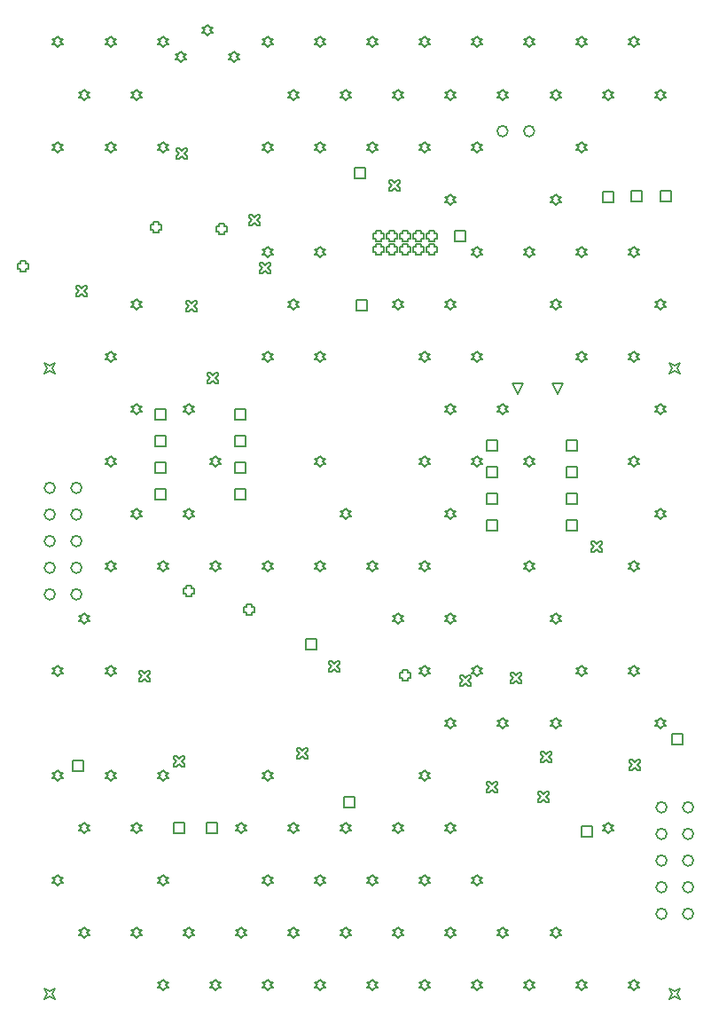
<source format=gbr>
G04 Layer_Color=2752767*
%FSLAX26Y26*%
%MOIN*%
%TF.FileFunction,Drawing*%
%TF.Part,Single*%
G01*
G75*
%TA.AperFunction,NonConductor*%
%ADD51C,0.005000*%
%ADD98C,0.006667*%
D51*
X2150000Y740000D02*
Y780000D01*
X2190000D01*
Y740000D01*
X2150000D01*
X614913Y754110D02*
Y794110D01*
X654913D01*
Y754110D01*
X614913D01*
X2058338Y2403260D02*
X2038338Y2443260D01*
X2078338D01*
X2058338Y2403260D01*
X1908732D02*
X1888732Y2443260D01*
X1928732D01*
X1908732Y2403260D01*
X644110Y3649110D02*
X654110Y3659110D01*
X664110D01*
X654110Y3669110D01*
X664110Y3679110D01*
X654110D01*
X644110Y3689110D01*
X634110Y3679110D01*
X624110D01*
X634110Y3669110D01*
X624110Y3659110D01*
X634110D01*
X644110Y3649110D01*
X844110D02*
X854110Y3659110D01*
X864110D01*
X854110Y3669110D01*
X864110Y3679110D01*
X854110D01*
X844110Y3689110D01*
X834110Y3679110D01*
X824110D01*
X834110Y3669110D01*
X824110Y3659110D01*
X834110D01*
X844110Y3649110D01*
X744110Y3749110D02*
X754110Y3759110D01*
X764110D01*
X754110Y3769110D01*
X764110Y3779110D01*
X754110D01*
X744110Y3789110D01*
X734110Y3779110D01*
X724110D01*
X734110Y3769110D01*
X724110Y3759110D01*
X734110D01*
X744110Y3749110D01*
X1794134Y2189568D02*
Y2229568D01*
X1834134D01*
Y2189568D01*
X1794134D01*
Y2089568D02*
Y2129568D01*
X1834134D01*
Y2089568D01*
X1794134D01*
Y1989568D02*
Y2029568D01*
X1834134D01*
Y1989568D01*
X1794134D01*
Y1889568D02*
Y1929568D01*
X1834134D01*
Y1889568D01*
X1794134D01*
X2094134Y2189568D02*
Y2229568D01*
X2134134D01*
Y2189568D01*
X2094134D01*
Y2089568D02*
Y2129568D01*
X2134134D01*
Y2089568D01*
X2094134D01*
Y1989568D02*
Y2029568D01*
X2134134D01*
Y1989568D01*
X2094134D01*
Y1889568D02*
Y1929568D01*
X2134134D01*
Y1889568D01*
X2094134D01*
X130110Y130110D02*
X140110Y150110D01*
X130110Y170110D01*
X150110Y160110D01*
X170110Y170110D01*
X160110Y150110D01*
X170110Y130110D01*
X150110Y140110D01*
X130110Y130110D01*
X2480110D02*
X2490110Y150110D01*
X2480110Y170110D01*
X2500110Y160110D01*
X2520110Y170110D01*
X2510110Y150110D01*
X2520110Y130110D01*
X2500110Y140110D01*
X2480110Y130110D01*
X130110Y2480110D02*
X140110Y2500110D01*
X130110Y2520110D01*
X150110Y2510110D01*
X170110Y2520110D01*
X160110Y2500110D01*
X170110Y2480110D01*
X150110Y2490110D01*
X130110Y2480110D01*
X2480110D02*
X2490110Y2500110D01*
X2480110Y2520110D01*
X2500110Y2510110D01*
X2520110Y2520110D01*
X2510110Y2500110D01*
X2520110Y2480110D01*
X2500110Y2490110D01*
X2480110Y2480110D01*
X1575110Y2985112D02*
Y2975112D01*
X1595110D01*
Y2985112D01*
X1605110D01*
Y3005112D01*
X1595110D01*
Y3015112D01*
X1575110D01*
Y3005112D01*
X1565110D01*
Y2985112D01*
X1575110D01*
Y2935112D02*
Y2925112D01*
X1595110D01*
Y2935112D01*
X1605110D01*
Y2955112D01*
X1595110D01*
Y2965112D01*
X1575110D01*
Y2955112D01*
X1565110D01*
Y2935112D01*
X1575110D01*
X1525110Y2985112D02*
Y2975112D01*
X1545110D01*
Y2985112D01*
X1555110D01*
Y3005112D01*
X1545110D01*
Y3015112D01*
X1525110D01*
Y3005112D01*
X1515110D01*
Y2985112D01*
X1525110D01*
Y2935112D02*
Y2925112D01*
X1545110D01*
Y2935112D01*
X1555110D01*
Y2955112D01*
X1545110D01*
Y2965112D01*
X1525110D01*
Y2955112D01*
X1515110D01*
Y2935112D01*
X1525110D01*
X1475110Y2985112D02*
Y2975112D01*
X1495110D01*
Y2985112D01*
X1505110D01*
Y3005112D01*
X1495110D01*
Y3015112D01*
X1475110D01*
Y3005112D01*
X1465110D01*
Y2985112D01*
X1475110D01*
Y2935112D02*
Y2925112D01*
X1495110D01*
Y2935112D01*
X1505110D01*
Y2955112D01*
X1495110D01*
Y2965112D01*
X1475110D01*
Y2955112D01*
X1465110D01*
Y2935112D01*
X1475110D01*
X1425110Y2985112D02*
Y2975112D01*
X1445110D01*
Y2985112D01*
X1455110D01*
Y3005112D01*
X1445110D01*
Y3015112D01*
X1425110D01*
Y3005112D01*
X1415110D01*
Y2985112D01*
X1425110D01*
Y2935112D02*
Y2925112D01*
X1445110D01*
Y2935112D01*
X1455110D01*
Y2955112D01*
X1445110D01*
Y2965112D01*
X1425110D01*
Y2955112D01*
X1415110D01*
Y2935112D01*
X1425110D01*
X1375110Y2985112D02*
Y2975112D01*
X1395110D01*
Y2985112D01*
X1405110D01*
Y3005112D01*
X1395110D01*
Y3015112D01*
X1375110D01*
Y3005112D01*
X1365110D01*
Y2985112D01*
X1375110D01*
Y2935112D02*
Y2925112D01*
X1395110D01*
Y2935112D01*
X1405110D01*
Y2955112D01*
X1395110D01*
Y2965112D01*
X1375110D01*
Y2955112D01*
X1365110D01*
Y2935112D01*
X1375110D01*
X846110Y2007110D02*
Y2047110D01*
X886110D01*
Y2007110D01*
X846110D01*
Y2107110D02*
Y2147110D01*
X886110D01*
Y2107110D01*
X846110D01*
Y2207110D02*
Y2247110D01*
X886110D01*
Y2207110D01*
X846110D01*
Y2307110D02*
Y2347110D01*
X886110D01*
Y2307110D01*
X846110D01*
X546110Y2007110D02*
Y2047110D01*
X586110D01*
Y2007110D01*
X546110D01*
Y2107110D02*
Y2147110D01*
X586110D01*
Y2107110D01*
X546110D01*
Y2207110D02*
Y2247110D01*
X586110D01*
Y2207110D01*
X546110D01*
Y2307110D02*
Y2347110D01*
X586110D01*
Y2307110D01*
X546110D01*
X1295110Y3211110D02*
Y3251110D01*
X1335110D01*
Y3211110D01*
X1295110D01*
X1303110Y2715110D02*
Y2755110D01*
X1343110D01*
Y2715110D01*
X1303110D01*
X2446110Y3125110D02*
Y3165110D01*
X2486110D01*
Y3125110D01*
X2446110D01*
X2335110Y3125110D02*
Y3165110D01*
X2375110D01*
Y3125110D01*
X2335110D01*
X2230110Y3123810D02*
Y3163810D01*
X2270110D01*
Y3123810D01*
X2230110D01*
X1674110Y2977110D02*
Y3017110D01*
X1714110D01*
Y2977110D01*
X1674110D01*
X1112110Y1443110D02*
Y1483110D01*
X1152110D01*
Y1443110D01*
X1112110D01*
X740110Y754110D02*
Y794110D01*
X780110D01*
Y754110D01*
X740110D01*
X237759Y985858D02*
Y1025858D01*
X277759D01*
Y985858D01*
X237759D01*
X1255110Y848110D02*
Y888110D01*
X1295110D01*
Y848110D01*
X1255110D01*
X2491110Y1087110D02*
Y1127110D01*
X2531110D01*
Y1087110D01*
X2491110D01*
X540000Y3020000D02*
Y3010000D01*
X560000D01*
Y3020000D01*
X570000D01*
Y3040000D01*
X560000D01*
Y3050000D01*
X540000D01*
Y3040000D01*
X530000D01*
Y3020000D01*
X540000D01*
X1985362Y870110D02*
X1995362D01*
X2005362Y880110D01*
X2015362Y870110D01*
X2025362D01*
Y880110D01*
X2015362Y890110D01*
X2025362Y900110D01*
Y910110D01*
X2015362D01*
X2005362Y900110D01*
X1995362Y910110D01*
X1985362D01*
Y900110D01*
X1995362Y890110D01*
X1985362Y880110D01*
Y870110D01*
X940000Y2856220D02*
X950000D01*
X960000Y2866220D01*
X970000Y2856220D01*
X980000D01*
Y2866220D01*
X970000Y2876220D01*
X980000Y2886220D01*
Y2896220D01*
X970000D01*
X960000Y2886220D01*
X950000Y2896220D01*
X940000D01*
Y2886220D01*
X950000Y2876220D01*
X940000Y2866220D01*
Y2856220D01*
X1200000Y1360000D02*
X1210000D01*
X1220000Y1370000D01*
X1230000Y1360000D01*
X1240000D01*
Y1370000D01*
X1230000Y1380000D01*
X1240000Y1390000D01*
Y1400000D01*
X1230000D01*
X1220000Y1390000D01*
X1210000Y1400000D01*
X1200000D01*
Y1390000D01*
X1210000Y1380000D01*
X1200000Y1370000D01*
Y1360000D01*
X1883009Y1317474D02*
X1893009D01*
X1903009Y1327474D01*
X1913009Y1317474D01*
X1923009D01*
Y1327474D01*
X1913009Y1337474D01*
X1923009Y1347474D01*
Y1357474D01*
X1913009D01*
X1903009Y1347474D01*
X1893009Y1357474D01*
X1883009D01*
Y1347474D01*
X1893009Y1337474D01*
X1883009Y1327474D01*
Y1317474D01*
X1793252Y906110D02*
X1803252D01*
X1813252Y916110D01*
X1823252Y906110D01*
X1833252D01*
Y916110D01*
X1823252Y926110D01*
X1833252Y936110D01*
Y946110D01*
X1823252D01*
X1813252Y936110D01*
X1803252Y946110D01*
X1793252D01*
Y936110D01*
X1803252Y926110D01*
X1793252Y916110D01*
Y906110D01*
X1475110Y1335110D02*
Y1325110D01*
X1495110D01*
Y1335110D01*
X1505110D01*
Y1355110D01*
X1495110D01*
Y1365110D01*
X1475110D01*
Y1355110D01*
X1465110D01*
Y1335110D01*
X1475110D01*
X2330110Y990110D02*
X2340110D01*
X2350110Y1000110D01*
X2360110Y990110D01*
X2370110D01*
Y1000110D01*
X2360110Y1010110D01*
X2370110Y1020110D01*
Y1030110D01*
X2360110D01*
X2350110Y1020110D01*
X2340110Y1030110D01*
X2330110D01*
Y1020110D01*
X2340110Y1010110D01*
X2330110Y1000110D01*
Y990110D01*
X890000Y1581492D02*
Y1571492D01*
X910000D01*
Y1581492D01*
X920000D01*
Y1601492D01*
X910000D01*
Y1611492D01*
X890000D01*
Y1601492D01*
X880000D01*
Y1581492D01*
X890000D01*
X662000Y1652000D02*
Y1642000D01*
X682000D01*
Y1652000D01*
X692000D01*
Y1672000D01*
X682000D01*
Y1682000D01*
X662000D01*
Y1672000D01*
X652000D01*
Y1652000D01*
X662000D01*
X39000Y2873000D02*
Y2863000D01*
X59000D01*
Y2873000D01*
X69000D01*
Y2893000D01*
X59000D01*
Y2903000D01*
X39000D01*
Y2893000D01*
X29000D01*
Y2873000D01*
X39000D01*
X250110Y2770110D02*
X260110D01*
X270110Y2780110D01*
X280110Y2770110D01*
X290110D01*
Y2780110D01*
X280110Y2790110D01*
X290110Y2800110D01*
Y2810110D01*
X280110D01*
X270110Y2800110D01*
X260110Y2810110D01*
X250110D01*
Y2800110D01*
X260110Y2790110D01*
X250110Y2780110D01*
Y2770110D01*
X787110Y3013110D02*
Y3003110D01*
X807110D01*
Y3013110D01*
X817110D01*
Y3033110D01*
X807110D01*
Y3043110D01*
X787110D01*
Y3033110D01*
X777110D01*
Y3013110D01*
X787110D01*
X2185110Y1810110D02*
X2195110D01*
X2205110Y1820110D01*
X2215110Y1810110D01*
X2225110D01*
Y1820110D01*
X2215110Y1830110D01*
X2225110Y1840110D01*
Y1850110D01*
X2215110D01*
X2205110Y1840110D01*
X2195110Y1850110D01*
X2185110D01*
Y1840110D01*
X2195110Y1830110D01*
X2185110Y1820110D01*
Y1810110D01*
X1995488Y1018780D02*
X2005488D01*
X2015488Y1028780D01*
X2025488Y1018780D01*
X2035488D01*
Y1028780D01*
X2025488Y1038780D01*
X2035488Y1048780D01*
Y1058780D01*
X2025488D01*
X2015488Y1048780D01*
X2005488Y1058780D01*
X1995488D01*
Y1048780D01*
X2005488Y1038780D01*
X1995488Y1028780D01*
Y1018780D01*
X1693800Y1305110D02*
X1703800D01*
X1713800Y1315110D01*
X1723800Y1305110D01*
X1733800D01*
Y1315110D01*
X1723800Y1325110D01*
X1733800Y1335110D01*
Y1345110D01*
X1723800D01*
X1713800Y1335110D01*
X1703800Y1345110D01*
X1693800D01*
Y1335110D01*
X1703800Y1325110D01*
X1693800Y1315110D01*
Y1305110D01*
X625110Y3285110D02*
X635110D01*
X645110Y3295110D01*
X655110Y3285110D01*
X665110D01*
Y3295110D01*
X655110Y3305110D01*
X665110Y3315110D01*
Y3325110D01*
X655110D01*
X645110Y3315110D01*
X635110Y3325110D01*
X625110D01*
Y3315110D01*
X635110Y3305110D01*
X625110Y3295110D01*
Y3285110D01*
X901110Y3035110D02*
X911110D01*
X921110Y3045110D01*
X931110Y3035110D01*
X941110D01*
Y3045110D01*
X931110Y3055110D01*
X941110Y3065110D01*
Y3075110D01*
X931110D01*
X921110Y3065110D01*
X911110Y3075110D01*
X901110D01*
Y3065110D01*
X911110Y3055110D01*
X901110Y3045110D01*
Y3035110D01*
X662110Y2712110D02*
X672110D01*
X682110Y2722110D01*
X692110Y2712110D01*
X702110D01*
Y2722110D01*
X692110Y2732110D01*
X702110Y2742110D01*
Y2752110D01*
X692110D01*
X682110Y2742110D01*
X672110Y2752110D01*
X662110D01*
Y2742110D01*
X672110Y2732110D01*
X662110Y2722110D01*
Y2712110D01*
X1427616Y3165110D02*
X1437616D01*
X1447616Y3175110D01*
X1457616Y3165110D01*
X1467616D01*
Y3175110D01*
X1457616Y3185110D01*
X1467616Y3195110D01*
Y3205110D01*
X1457616D01*
X1447616Y3195110D01*
X1437616Y3205110D01*
X1427616D01*
Y3195110D01*
X1437616Y3185110D01*
X1427616Y3175110D01*
Y3165110D01*
X742110Y2443110D02*
X752110D01*
X762110Y2453110D01*
X772110Y2443110D01*
X782110D01*
Y2453110D01*
X772110Y2463110D01*
X782110Y2473110D01*
Y2483110D01*
X772110D01*
X762110Y2473110D01*
X752110Y2483110D01*
X742110D01*
Y2473110D01*
X752110Y2463110D01*
X742110Y2453110D01*
Y2443110D01*
X1079110Y1033110D02*
X1089110D01*
X1099110Y1043110D01*
X1109110Y1033110D01*
X1119110D01*
Y1043110D01*
X1109110Y1053110D01*
X1119110Y1063110D01*
Y1073110D01*
X1109110D01*
X1099110Y1063110D01*
X1089110Y1073110D01*
X1079110D01*
Y1063110D01*
X1089110Y1053110D01*
X1079110Y1043110D01*
Y1033110D01*
X485110Y1324110D02*
X495110D01*
X505110Y1334110D01*
X515110Y1324110D01*
X525110D01*
Y1334110D01*
X515110Y1344110D01*
X525110Y1354110D01*
Y1364110D01*
X515110D01*
X505110Y1354110D01*
X495110Y1364110D01*
X485110D01*
Y1354110D01*
X495110Y1344110D01*
X485110Y1334110D01*
Y1324110D01*
X614922Y1004110D02*
X624922D01*
X634922Y1014110D01*
X644922Y1004110D01*
X654922D01*
Y1014110D01*
X644922Y1024110D01*
X654922Y1034110D01*
Y1044110D01*
X644922D01*
X634922Y1034110D01*
X624922Y1044110D01*
X614922D01*
Y1034110D01*
X624922Y1024110D01*
X614922Y1014110D01*
Y1004110D01*
X279528Y357953D02*
X289528Y367953D01*
X299528D01*
X289528Y377953D01*
X299528Y387953D01*
X289528D01*
X279528Y397953D01*
X269528Y387953D01*
X259528D01*
X269528Y377953D01*
X259528Y367953D01*
X269528D01*
X279528Y357953D01*
X181102Y554803D02*
X191102Y564803D01*
X201102D01*
X191102Y574803D01*
X201102Y584803D01*
X191102D01*
X181102Y594803D01*
X171102Y584803D01*
X161102D01*
X171102Y574803D01*
X161102Y564803D01*
X171102D01*
X181102Y554803D01*
X279528Y751654D02*
X289528Y761654D01*
X299528D01*
X289528Y771654D01*
X299528Y781654D01*
X289528D01*
X279528Y791654D01*
X269528Y781654D01*
X259528D01*
X269528Y771654D01*
X259528Y761654D01*
X269528D01*
X279528Y751654D01*
X181102Y948504D02*
X191102Y958504D01*
X201102D01*
X191102Y968504D01*
X201102Y978504D01*
X191102D01*
X181102Y988504D01*
X171102Y978504D01*
X161102D01*
X171102Y968504D01*
X161102Y958504D01*
X171102D01*
X181102Y948504D01*
Y1342205D02*
X191102Y1352205D01*
X201102D01*
X191102Y1362205D01*
X201102Y1372205D01*
X191102D01*
X181102Y1382205D01*
X171102Y1372205D01*
X161102D01*
X171102Y1362205D01*
X161102Y1352205D01*
X171102D01*
X181102Y1342205D01*
X279528Y1539055D02*
X289528Y1549055D01*
X299528D01*
X289528Y1559055D01*
X299528Y1569055D01*
X289528D01*
X279528Y1579055D01*
X269528Y1569055D01*
X259528D01*
X269528Y1559055D01*
X259528Y1549055D01*
X269528D01*
X279528Y1539055D01*
X181102Y3310709D02*
X191102Y3320709D01*
X201102D01*
X191102Y3330709D01*
X201102Y3340709D01*
X191102D01*
X181102Y3350709D01*
X171102Y3340709D01*
X161102D01*
X171102Y3330709D01*
X161102Y3320709D01*
X171102D01*
X181102Y3310709D01*
X279528Y3507559D02*
X289528Y3517559D01*
X299528D01*
X289528Y3527559D01*
X299528Y3537559D01*
X289528D01*
X279528Y3547559D01*
X269528Y3537559D01*
X259528D01*
X269528Y3527559D01*
X259528Y3517559D01*
X269528D01*
X279528Y3507559D01*
X181102Y3704410D02*
X191102Y3714410D01*
X201102D01*
X191102Y3724410D01*
X201102Y3734410D01*
X191102D01*
X181102Y3744410D01*
X171102Y3734410D01*
X161102D01*
X171102Y3724410D01*
X161102Y3714410D01*
X171102D01*
X181102Y3704410D01*
X476378Y357953D02*
X486378Y367953D01*
X496378D01*
X486378Y377953D01*
X496378Y387953D01*
X486378D01*
X476378Y397953D01*
X466378Y387953D01*
X456378D01*
X466378Y377953D01*
X456378Y367953D01*
X466378D01*
X476378Y357953D01*
Y751654D02*
X486378Y761654D01*
X496378D01*
X486378Y771654D01*
X496378Y781654D01*
X486378D01*
X476378Y791654D01*
X466378Y781654D01*
X456378D01*
X466378Y771654D01*
X456378Y761654D01*
X466378D01*
X476378Y751654D01*
X377953Y948504D02*
X387953Y958504D01*
X397953D01*
X387953Y968504D01*
X397953Y978504D01*
X387953D01*
X377953Y988504D01*
X367953Y978504D01*
X357953D01*
X367953Y968504D01*
X357953Y958504D01*
X367953D01*
X377953Y948504D01*
Y1342205D02*
X387953Y1352205D01*
X397953D01*
X387953Y1362205D01*
X397953Y1372205D01*
X387953D01*
X377953Y1382205D01*
X367953Y1372205D01*
X357953D01*
X367953Y1362205D01*
X357953Y1352205D01*
X367953D01*
X377953Y1342205D01*
Y1735906D02*
X387953Y1745906D01*
X397953D01*
X387953Y1755906D01*
X397953Y1765906D01*
X387953D01*
X377953Y1775906D01*
X367953Y1765906D01*
X357953D01*
X367953Y1755906D01*
X357953Y1745906D01*
X367953D01*
X377953Y1735906D01*
X476378Y1932756D02*
X486378Y1942756D01*
X496378D01*
X486378Y1952756D01*
X496378Y1962756D01*
X486378D01*
X476378Y1972756D01*
X466378Y1962756D01*
X456378D01*
X466378Y1952756D01*
X456378Y1942756D01*
X466378D01*
X476378Y1932756D01*
X377953Y2129606D02*
X387953Y2139606D01*
X397953D01*
X387953Y2149606D01*
X397953Y2159606D01*
X387953D01*
X377953Y2169606D01*
X367953Y2159606D01*
X357953D01*
X367953Y2149606D01*
X357953Y2139606D01*
X367953D01*
X377953Y2129606D01*
X476378Y2326457D02*
X486378Y2336457D01*
X496378D01*
X486378Y2346457D01*
X496378Y2356457D01*
X486378D01*
X476378Y2366457D01*
X466378Y2356457D01*
X456378D01*
X466378Y2346457D01*
X456378Y2336457D01*
X466378D01*
X476378Y2326457D01*
X377953Y2523307D02*
X387953Y2533307D01*
X397953D01*
X387953Y2543307D01*
X397953Y2553307D01*
X387953D01*
X377953Y2563307D01*
X367953Y2553307D01*
X357953D01*
X367953Y2543307D01*
X357953Y2533307D01*
X367953D01*
X377953Y2523307D01*
X476378Y2720158D02*
X486378Y2730158D01*
X496378D01*
X486378Y2740158D01*
X496378Y2750158D01*
X486378D01*
X476378Y2760158D01*
X466378Y2750158D01*
X456378D01*
X466378Y2740158D01*
X456378Y2730158D01*
X466378D01*
X476378Y2720158D01*
X377953Y3310709D02*
X387953Y3320709D01*
X397953D01*
X387953Y3330709D01*
X397953Y3340709D01*
X387953D01*
X377953Y3350709D01*
X367953Y3340709D01*
X357953D01*
X367953Y3330709D01*
X357953Y3320709D01*
X367953D01*
X377953Y3310709D01*
X476378Y3507559D02*
X486378Y3517559D01*
X496378D01*
X486378Y3527559D01*
X496378Y3537559D01*
X486378D01*
X476378Y3547559D01*
X466378Y3537559D01*
X456378D01*
X466378Y3527559D01*
X456378Y3517559D01*
X466378D01*
X476378Y3507559D01*
X377953Y3704410D02*
X387953Y3714410D01*
X397953D01*
X387953Y3724410D01*
X397953Y3734410D01*
X387953D01*
X377953Y3744410D01*
X367953Y3734410D01*
X357953D01*
X367953Y3724410D01*
X357953Y3714410D01*
X367953D01*
X377953Y3704410D01*
X574803Y161102D02*
X584803Y171102D01*
X594803D01*
X584803Y181102D01*
X594803Y191102D01*
X584803D01*
X574803Y201102D01*
X564803Y191102D01*
X554803D01*
X564803Y181102D01*
X554803Y171102D01*
X564803D01*
X574803Y161102D01*
X673228Y357953D02*
X683228Y367953D01*
X693228D01*
X683228Y377953D01*
X693228Y387953D01*
X683228D01*
X673228Y397953D01*
X663228Y387953D01*
X653228D01*
X663228Y377953D01*
X653228Y367953D01*
X663228D01*
X673228Y357953D01*
X574803Y554803D02*
X584803Y564803D01*
X594803D01*
X584803Y574803D01*
X594803Y584803D01*
X584803D01*
X574803Y594803D01*
X564803Y584803D01*
X554803D01*
X564803Y574803D01*
X554803Y564803D01*
X564803D01*
X574803Y554803D01*
Y948504D02*
X584803Y958504D01*
X594803D01*
X584803Y968504D01*
X594803Y978504D01*
X584803D01*
X574803Y988504D01*
X564803Y978504D01*
X554803D01*
X564803Y968504D01*
X554803Y958504D01*
X564803D01*
X574803Y948504D01*
Y1735906D02*
X584803Y1745906D01*
X594803D01*
X584803Y1755906D01*
X594803Y1765906D01*
X584803D01*
X574803Y1775906D01*
X564803Y1765906D01*
X554803D01*
X564803Y1755906D01*
X554803Y1745906D01*
X564803D01*
X574803Y1735906D01*
X673228Y1932756D02*
X683228Y1942756D01*
X693228D01*
X683228Y1952756D01*
X693228Y1962756D01*
X683228D01*
X673228Y1972756D01*
X663228Y1962756D01*
X653228D01*
X663228Y1952756D01*
X653228Y1942756D01*
X663228D01*
X673228Y1932756D01*
Y2326457D02*
X683228Y2336457D01*
X693228D01*
X683228Y2346457D01*
X693228Y2356457D01*
X683228D01*
X673228Y2366457D01*
X663228Y2356457D01*
X653228D01*
X663228Y2346457D01*
X653228Y2336457D01*
X663228D01*
X673228Y2326457D01*
X574803Y3310709D02*
X584803Y3320709D01*
X594803D01*
X584803Y3330709D01*
X594803Y3340709D01*
X584803D01*
X574803Y3350709D01*
X564803Y3340709D01*
X554803D01*
X564803Y3330709D01*
X554803Y3320709D01*
X564803D01*
X574803Y3310709D01*
Y3704410D02*
X584803Y3714410D01*
X594803D01*
X584803Y3724410D01*
X594803Y3734410D01*
X584803D01*
X574803Y3744410D01*
X564803Y3734410D01*
X554803D01*
X564803Y3724410D01*
X554803Y3714410D01*
X564803D01*
X574803Y3704410D01*
X771654Y161102D02*
X781654Y171102D01*
X791654D01*
X781654Y181102D01*
X791654Y191102D01*
X781654D01*
X771654Y201102D01*
X761654Y191102D01*
X751654D01*
X761654Y181102D01*
X751654Y171102D01*
X761654D01*
X771654Y161102D01*
X870079Y357953D02*
X880079Y367953D01*
X890079D01*
X880079Y377953D01*
X890079Y387953D01*
X880079D01*
X870079Y397953D01*
X860079Y387953D01*
X850079D01*
X860079Y377953D01*
X850079Y367953D01*
X860079D01*
X870079Y357953D01*
Y751654D02*
X880079Y761654D01*
X890079D01*
X880079Y771654D01*
X890079Y781654D01*
X880079D01*
X870079Y791654D01*
X860079Y781654D01*
X850079D01*
X860079Y771654D01*
X850079Y761654D01*
X860079D01*
X870079Y751654D01*
X771654Y1735906D02*
X781654Y1745906D01*
X791654D01*
X781654Y1755906D01*
X791654Y1765906D01*
X781654D01*
X771654Y1775906D01*
X761654Y1765906D01*
X751654D01*
X761654Y1755906D01*
X751654Y1745906D01*
X761654D01*
X771654Y1735906D01*
Y2129606D02*
X781654Y2139606D01*
X791654D01*
X781654Y2149606D01*
X791654Y2159606D01*
X781654D01*
X771654Y2169606D01*
X761654Y2159606D01*
X751654D01*
X761654Y2149606D01*
X751654Y2139606D01*
X761654D01*
X771654Y2129606D01*
X968504Y161102D02*
X978504Y171102D01*
X988504D01*
X978504Y181102D01*
X988504Y191102D01*
X978504D01*
X968504Y201102D01*
X958504Y191102D01*
X948504D01*
X958504Y181102D01*
X948504Y171102D01*
X958504D01*
X968504Y161102D01*
X1066929Y357953D02*
X1076929Y367953D01*
X1086929D01*
X1076929Y377953D01*
X1086929Y387953D01*
X1076929D01*
X1066929Y397953D01*
X1056929Y387953D01*
X1046929D01*
X1056929Y377953D01*
X1046929Y367953D01*
X1056929D01*
X1066929Y357953D01*
X968504Y554803D02*
X978504Y564803D01*
X988504D01*
X978504Y574803D01*
X988504Y584803D01*
X978504D01*
X968504Y594803D01*
X958504Y584803D01*
X948504D01*
X958504Y574803D01*
X948504Y564803D01*
X958504D01*
X968504Y554803D01*
X1066929Y751654D02*
X1076929Y761654D01*
X1086929D01*
X1076929Y771654D01*
X1086929Y781654D01*
X1076929D01*
X1066929Y791654D01*
X1056929Y781654D01*
X1046929D01*
X1056929Y771654D01*
X1046929Y761654D01*
X1056929D01*
X1066929Y751654D01*
X968504Y948504D02*
X978504Y958504D01*
X988504D01*
X978504Y968504D01*
X988504Y978504D01*
X978504D01*
X968504Y988504D01*
X958504Y978504D01*
X948504D01*
X958504Y968504D01*
X948504Y958504D01*
X958504D01*
X968504Y948504D01*
Y1735906D02*
X978504Y1745906D01*
X988504D01*
X978504Y1755906D01*
X988504Y1765906D01*
X978504D01*
X968504Y1775906D01*
X958504Y1765906D01*
X948504D01*
X958504Y1755906D01*
X948504Y1745906D01*
X958504D01*
X968504Y1735906D01*
Y2523307D02*
X978504Y2533307D01*
X988504D01*
X978504Y2543307D01*
X988504Y2553307D01*
X978504D01*
X968504Y2563307D01*
X958504Y2553307D01*
X948504D01*
X958504Y2543307D01*
X948504Y2533307D01*
X958504D01*
X968504Y2523307D01*
X1066929Y2720158D02*
X1076929Y2730158D01*
X1086929D01*
X1076929Y2740158D01*
X1086929Y2750158D01*
X1076929D01*
X1066929Y2760158D01*
X1056929Y2750158D01*
X1046929D01*
X1056929Y2740158D01*
X1046929Y2730158D01*
X1056929D01*
X1066929Y2720158D01*
X968504Y2917008D02*
X978504Y2927008D01*
X988504D01*
X978504Y2937008D01*
X988504Y2947008D01*
X978504D01*
X968504Y2957008D01*
X958504Y2947008D01*
X948504D01*
X958504Y2937008D01*
X948504Y2927008D01*
X958504D01*
X968504Y2917008D01*
Y3310709D02*
X978504Y3320709D01*
X988504D01*
X978504Y3330709D01*
X988504Y3340709D01*
X978504D01*
X968504Y3350709D01*
X958504Y3340709D01*
X948504D01*
X958504Y3330709D01*
X948504Y3320709D01*
X958504D01*
X968504Y3310709D01*
X1066929Y3507559D02*
X1076929Y3517559D01*
X1086929D01*
X1076929Y3527559D01*
X1086929Y3537559D01*
X1076929D01*
X1066929Y3547559D01*
X1056929Y3537559D01*
X1046929D01*
X1056929Y3527559D01*
X1046929Y3517559D01*
X1056929D01*
X1066929Y3507559D01*
X968504Y3704410D02*
X978504Y3714410D01*
X988504D01*
X978504Y3724410D01*
X988504Y3734410D01*
X978504D01*
X968504Y3744410D01*
X958504Y3734410D01*
X948504D01*
X958504Y3724410D01*
X948504Y3714410D01*
X958504D01*
X968504Y3704410D01*
X1165354Y161102D02*
X1175354Y171102D01*
X1185354D01*
X1175354Y181102D01*
X1185354Y191102D01*
X1175354D01*
X1165354Y201102D01*
X1155354Y191102D01*
X1145354D01*
X1155354Y181102D01*
X1145354Y171102D01*
X1155354D01*
X1165354Y161102D01*
X1263780Y357953D02*
X1273780Y367953D01*
X1283780D01*
X1273780Y377953D01*
X1283780Y387953D01*
X1273780D01*
X1263780Y397953D01*
X1253780Y387953D01*
X1243780D01*
X1253780Y377953D01*
X1243780Y367953D01*
X1253780D01*
X1263780Y357953D01*
X1165354Y554803D02*
X1175354Y564803D01*
X1185354D01*
X1175354Y574803D01*
X1185354Y584803D01*
X1175354D01*
X1165354Y594803D01*
X1155354Y584803D01*
X1145354D01*
X1155354Y574803D01*
X1145354Y564803D01*
X1155354D01*
X1165354Y554803D01*
X1263780Y751654D02*
X1273780Y761654D01*
X1283780D01*
X1273780Y771654D01*
X1283780Y781654D01*
X1273780D01*
X1263780Y791654D01*
X1253780Y781654D01*
X1243780D01*
X1253780Y771654D01*
X1243780Y761654D01*
X1253780D01*
X1263780Y751654D01*
X1165354Y1735906D02*
X1175354Y1745906D01*
X1185354D01*
X1175354Y1755906D01*
X1185354Y1765906D01*
X1175354D01*
X1165354Y1775906D01*
X1155354Y1765906D01*
X1145354D01*
X1155354Y1755906D01*
X1145354Y1745906D01*
X1155354D01*
X1165354Y1735906D01*
X1263780Y1932756D02*
X1273780Y1942756D01*
X1283780D01*
X1273780Y1952756D01*
X1283780Y1962756D01*
X1273780D01*
X1263780Y1972756D01*
X1253780Y1962756D01*
X1243780D01*
X1253780Y1952756D01*
X1243780Y1942756D01*
X1253780D01*
X1263780Y1932756D01*
X1165354Y2129606D02*
X1175354Y2139606D01*
X1185354D01*
X1175354Y2149606D01*
X1185354Y2159606D01*
X1175354D01*
X1165354Y2169606D01*
X1155354Y2159606D01*
X1145354D01*
X1155354Y2149606D01*
X1145354Y2139606D01*
X1155354D01*
X1165354Y2129606D01*
Y2523307D02*
X1175354Y2533307D01*
X1185354D01*
X1175354Y2543307D01*
X1185354Y2553307D01*
X1175354D01*
X1165354Y2563307D01*
X1155354Y2553307D01*
X1145354D01*
X1155354Y2543307D01*
X1145354Y2533307D01*
X1155354D01*
X1165354Y2523307D01*
Y2917008D02*
X1175354Y2927008D01*
X1185354D01*
X1175354Y2937008D01*
X1185354Y2947008D01*
X1175354D01*
X1165354Y2957008D01*
X1155354Y2947008D01*
X1145354D01*
X1155354Y2937008D01*
X1145354Y2927008D01*
X1155354D01*
X1165354Y2917008D01*
Y3310709D02*
X1175354Y3320709D01*
X1185354D01*
X1175354Y3330709D01*
X1185354Y3340709D01*
X1175354D01*
X1165354Y3350709D01*
X1155354Y3340709D01*
X1145354D01*
X1155354Y3330709D01*
X1145354Y3320709D01*
X1155354D01*
X1165354Y3310709D01*
X1263780Y3507559D02*
X1273780Y3517559D01*
X1283780D01*
X1273780Y3527559D01*
X1283780Y3537559D01*
X1273780D01*
X1263780Y3547559D01*
X1253780Y3537559D01*
X1243780D01*
X1253780Y3527559D01*
X1243780Y3517559D01*
X1253780D01*
X1263780Y3507559D01*
X1165354Y3704410D02*
X1175354Y3714410D01*
X1185354D01*
X1175354Y3724410D01*
X1185354Y3734410D01*
X1175354D01*
X1165354Y3744410D01*
X1155354Y3734410D01*
X1145354D01*
X1155354Y3724410D01*
X1145354Y3714410D01*
X1155354D01*
X1165354Y3704410D01*
X1362205Y161102D02*
X1372205Y171102D01*
X1382205D01*
X1372205Y181102D01*
X1382205Y191102D01*
X1372205D01*
X1362205Y201102D01*
X1352205Y191102D01*
X1342205D01*
X1352205Y181102D01*
X1342205Y171102D01*
X1352205D01*
X1362205Y161102D01*
X1460630Y357953D02*
X1470630Y367953D01*
X1480630D01*
X1470630Y377953D01*
X1480630Y387953D01*
X1470630D01*
X1460630Y397953D01*
X1450630Y387953D01*
X1440630D01*
X1450630Y377953D01*
X1440630Y367953D01*
X1450630D01*
X1460630Y357953D01*
X1362205Y554803D02*
X1372205Y564803D01*
X1382205D01*
X1372205Y574803D01*
X1382205Y584803D01*
X1372205D01*
X1362205Y594803D01*
X1352205Y584803D01*
X1342205D01*
X1352205Y574803D01*
X1342205Y564803D01*
X1352205D01*
X1362205Y554803D01*
X1460630Y751654D02*
X1470630Y761654D01*
X1480630D01*
X1470630Y771654D01*
X1480630Y781654D01*
X1470630D01*
X1460630Y791654D01*
X1450630Y781654D01*
X1440630D01*
X1450630Y771654D01*
X1440630Y761654D01*
X1450630D01*
X1460630Y751654D01*
Y1539055D02*
X1470630Y1549055D01*
X1480630D01*
X1470630Y1559055D01*
X1480630Y1569055D01*
X1470630D01*
X1460630Y1579055D01*
X1450630Y1569055D01*
X1440630D01*
X1450630Y1559055D01*
X1440630Y1549055D01*
X1450630D01*
X1460630Y1539055D01*
X1362205Y1735906D02*
X1372205Y1745906D01*
X1382205D01*
X1372205Y1755906D01*
X1382205Y1765906D01*
X1372205D01*
X1362205Y1775906D01*
X1352205Y1765906D01*
X1342205D01*
X1352205Y1755906D01*
X1342205Y1745906D01*
X1352205D01*
X1362205Y1735906D01*
X1460630Y2720158D02*
X1470630Y2730158D01*
X1480630D01*
X1470630Y2740158D01*
X1480630Y2750158D01*
X1470630D01*
X1460630Y2760158D01*
X1450630Y2750158D01*
X1440630D01*
X1450630Y2740158D01*
X1440630Y2730158D01*
X1450630D01*
X1460630Y2720158D01*
X1362205Y3310709D02*
X1372205Y3320709D01*
X1382205D01*
X1372205Y3330709D01*
X1382205Y3340709D01*
X1372205D01*
X1362205Y3350709D01*
X1352205Y3340709D01*
X1342205D01*
X1352205Y3330709D01*
X1342205Y3320709D01*
X1352205D01*
X1362205Y3310709D01*
X1460630Y3507559D02*
X1470630Y3517559D01*
X1480630D01*
X1470630Y3527559D01*
X1480630Y3537559D01*
X1470630D01*
X1460630Y3547559D01*
X1450630Y3537559D01*
X1440630D01*
X1450630Y3527559D01*
X1440630Y3517559D01*
X1450630D01*
X1460630Y3507559D01*
X1362205Y3704410D02*
X1372205Y3714410D01*
X1382205D01*
X1372205Y3724410D01*
X1382205Y3734410D01*
X1372205D01*
X1362205Y3744410D01*
X1352205Y3734410D01*
X1342205D01*
X1352205Y3724410D01*
X1342205Y3714410D01*
X1352205D01*
X1362205Y3704410D01*
X1559055Y161102D02*
X1569055Y171102D01*
X1579055D01*
X1569055Y181102D01*
X1579055Y191102D01*
X1569055D01*
X1559055Y201102D01*
X1549055Y191102D01*
X1539055D01*
X1549055Y181102D01*
X1539055Y171102D01*
X1549055D01*
X1559055Y161102D01*
X1657480Y357953D02*
X1667480Y367953D01*
X1677480D01*
X1667480Y377953D01*
X1677480Y387953D01*
X1667480D01*
X1657480Y397953D01*
X1647480Y387953D01*
X1637480D01*
X1647480Y377953D01*
X1637480Y367953D01*
X1647480D01*
X1657480Y357953D01*
X1559055Y554803D02*
X1569055Y564803D01*
X1579055D01*
X1569055Y574803D01*
X1579055Y584803D01*
X1569055D01*
X1559055Y594803D01*
X1549055Y584803D01*
X1539055D01*
X1549055Y574803D01*
X1539055Y564803D01*
X1549055D01*
X1559055Y554803D01*
X1657480Y751654D02*
X1667480Y761654D01*
X1677480D01*
X1667480Y771654D01*
X1677480Y781654D01*
X1667480D01*
X1657480Y791654D01*
X1647480Y781654D01*
X1637480D01*
X1647480Y771654D01*
X1637480Y761654D01*
X1647480D01*
X1657480Y751654D01*
X1559055Y948504D02*
X1569055Y958504D01*
X1579055D01*
X1569055Y968504D01*
X1579055Y978504D01*
X1569055D01*
X1559055Y988504D01*
X1549055Y978504D01*
X1539055D01*
X1549055Y968504D01*
X1539055Y958504D01*
X1549055D01*
X1559055Y948504D01*
X1657480Y1145354D02*
X1667480Y1155354D01*
X1677480D01*
X1667480Y1165354D01*
X1677480Y1175354D01*
X1667480D01*
X1657480Y1185354D01*
X1647480Y1175354D01*
X1637480D01*
X1647480Y1165354D01*
X1637480Y1155354D01*
X1647480D01*
X1657480Y1145354D01*
X1559055Y1342205D02*
X1569055Y1352205D01*
X1579055D01*
X1569055Y1362205D01*
X1579055Y1372205D01*
X1569055D01*
X1559055Y1382205D01*
X1549055Y1372205D01*
X1539055D01*
X1549055Y1362205D01*
X1539055Y1352205D01*
X1549055D01*
X1559055Y1342205D01*
X1657480Y1539055D02*
X1667480Y1549055D01*
X1677480D01*
X1667480Y1559055D01*
X1677480Y1569055D01*
X1667480D01*
X1657480Y1579055D01*
X1647480Y1569055D01*
X1637480D01*
X1647480Y1559055D01*
X1637480Y1549055D01*
X1647480D01*
X1657480Y1539055D01*
X1559055Y1735906D02*
X1569055Y1745906D01*
X1579055D01*
X1569055Y1755906D01*
X1579055Y1765906D01*
X1569055D01*
X1559055Y1775906D01*
X1549055Y1765906D01*
X1539055D01*
X1549055Y1755906D01*
X1539055Y1745906D01*
X1549055D01*
X1559055Y1735906D01*
X1657480Y1932756D02*
X1667480Y1942756D01*
X1677480D01*
X1667480Y1952756D01*
X1677480Y1962756D01*
X1667480D01*
X1657480Y1972756D01*
X1647480Y1962756D01*
X1637480D01*
X1647480Y1952756D01*
X1637480Y1942756D01*
X1647480D01*
X1657480Y1932756D01*
X1559055Y2129606D02*
X1569055Y2139606D01*
X1579055D01*
X1569055Y2149606D01*
X1579055Y2159606D01*
X1569055D01*
X1559055Y2169606D01*
X1549055Y2159606D01*
X1539055D01*
X1549055Y2149606D01*
X1539055Y2139606D01*
X1549055D01*
X1559055Y2129606D01*
X1657480Y2326457D02*
X1667480Y2336457D01*
X1677480D01*
X1667480Y2346457D01*
X1677480Y2356457D01*
X1667480D01*
X1657480Y2366457D01*
X1647480Y2356457D01*
X1637480D01*
X1647480Y2346457D01*
X1637480Y2336457D01*
X1647480D01*
X1657480Y2326457D01*
X1559055Y2523307D02*
X1569055Y2533307D01*
X1579055D01*
X1569055Y2543307D01*
X1579055Y2553307D01*
X1569055D01*
X1559055Y2563307D01*
X1549055Y2553307D01*
X1539055D01*
X1549055Y2543307D01*
X1539055Y2533307D01*
X1549055D01*
X1559055Y2523307D01*
X1657480Y2720158D02*
X1667480Y2730158D01*
X1677480D01*
X1667480Y2740158D01*
X1677480Y2750158D01*
X1667480D01*
X1657480Y2760158D01*
X1647480Y2750158D01*
X1637480D01*
X1647480Y2740158D01*
X1637480Y2730158D01*
X1647480D01*
X1657480Y2720158D01*
Y3113858D02*
X1667480Y3123858D01*
X1677480D01*
X1667480Y3133858D01*
X1677480Y3143858D01*
X1667480D01*
X1657480Y3153858D01*
X1647480Y3143858D01*
X1637480D01*
X1647480Y3133858D01*
X1637480Y3123858D01*
X1647480D01*
X1657480Y3113858D01*
X1559055Y3310709D02*
X1569055Y3320709D01*
X1579055D01*
X1569055Y3330709D01*
X1579055Y3340709D01*
X1569055D01*
X1559055Y3350709D01*
X1549055Y3340709D01*
X1539055D01*
X1549055Y3330709D01*
X1539055Y3320709D01*
X1549055D01*
X1559055Y3310709D01*
X1657480Y3507559D02*
X1667480Y3517559D01*
X1677480D01*
X1667480Y3527559D01*
X1677480Y3537559D01*
X1667480D01*
X1657480Y3547559D01*
X1647480Y3537559D01*
X1637480D01*
X1647480Y3527559D01*
X1637480Y3517559D01*
X1647480D01*
X1657480Y3507559D01*
X1559055Y3704410D02*
X1569055Y3714410D01*
X1579055D01*
X1569055Y3724410D01*
X1579055Y3734410D01*
X1569055D01*
X1559055Y3744410D01*
X1549055Y3734410D01*
X1539055D01*
X1549055Y3724410D01*
X1539055Y3714410D01*
X1549055D01*
X1559055Y3704410D01*
X1755906Y161102D02*
X1765906Y171102D01*
X1775906D01*
X1765906Y181102D01*
X1775906Y191102D01*
X1765906D01*
X1755906Y201102D01*
X1745906Y191102D01*
X1735906D01*
X1745906Y181102D01*
X1735906Y171102D01*
X1745906D01*
X1755906Y161102D01*
X1854331Y357953D02*
X1864331Y367953D01*
X1874331D01*
X1864331Y377953D01*
X1874331Y387953D01*
X1864331D01*
X1854331Y397953D01*
X1844331Y387953D01*
X1834331D01*
X1844331Y377953D01*
X1834331Y367953D01*
X1844331D01*
X1854331Y357953D01*
X1755906Y554803D02*
X1765906Y564803D01*
X1775906D01*
X1765906Y574803D01*
X1775906Y584803D01*
X1765906D01*
X1755906Y594803D01*
X1745906Y584803D01*
X1735906D01*
X1745906Y574803D01*
X1735906Y564803D01*
X1745906D01*
X1755906Y554803D01*
X1854331Y1145354D02*
X1864331Y1155354D01*
X1874331D01*
X1864331Y1165354D01*
X1874331Y1175354D01*
X1864331D01*
X1854331Y1185354D01*
X1844331Y1175354D01*
X1834331D01*
X1844331Y1165354D01*
X1834331Y1155354D01*
X1844331D01*
X1854331Y1145354D01*
X1755906Y1342205D02*
X1765906Y1352205D01*
X1775906D01*
X1765906Y1362205D01*
X1775906Y1372205D01*
X1765906D01*
X1755906Y1382205D01*
X1745906Y1372205D01*
X1735906D01*
X1745906Y1362205D01*
X1735906Y1352205D01*
X1745906D01*
X1755906Y1342205D01*
Y2129606D02*
X1765906Y2139606D01*
X1775906D01*
X1765906Y2149606D01*
X1775906Y2159606D01*
X1765906D01*
X1755906Y2169606D01*
X1745906Y2159606D01*
X1735906D01*
X1745906Y2149606D01*
X1735906Y2139606D01*
X1745906D01*
X1755906Y2129606D01*
X1854331Y2326457D02*
X1864331Y2336457D01*
X1874331D01*
X1864331Y2346457D01*
X1874331Y2356457D01*
X1864331D01*
X1854331Y2366457D01*
X1844331Y2356457D01*
X1834331D01*
X1844331Y2346457D01*
X1834331Y2336457D01*
X1844331D01*
X1854331Y2326457D01*
X1755906Y2523307D02*
X1765906Y2533307D01*
X1775906D01*
X1765906Y2543307D01*
X1775906Y2553307D01*
X1765906D01*
X1755906Y2563307D01*
X1745906Y2553307D01*
X1735906D01*
X1745906Y2543307D01*
X1735906Y2533307D01*
X1745906D01*
X1755906Y2523307D01*
Y2917008D02*
X1765906Y2927008D01*
X1775906D01*
X1765906Y2937008D01*
X1775906Y2947008D01*
X1765906D01*
X1755906Y2957008D01*
X1745906Y2947008D01*
X1735906D01*
X1745906Y2937008D01*
X1735906Y2927008D01*
X1745906D01*
X1755906Y2917008D01*
Y3310709D02*
X1765906Y3320709D01*
X1775906D01*
X1765906Y3330709D01*
X1775906Y3340709D01*
X1765906D01*
X1755906Y3350709D01*
X1745906Y3340709D01*
X1735906D01*
X1745906Y3330709D01*
X1735906Y3320709D01*
X1745906D01*
X1755906Y3310709D01*
X1854331Y3507559D02*
X1864331Y3517559D01*
X1874331D01*
X1864331Y3527559D01*
X1874331Y3537559D01*
X1864331D01*
X1854331Y3547559D01*
X1844331Y3537559D01*
X1834331D01*
X1844331Y3527559D01*
X1834331Y3517559D01*
X1844331D01*
X1854331Y3507559D01*
X1755906Y3704410D02*
X1765906Y3714410D01*
X1775906D01*
X1765906Y3724410D01*
X1775906Y3734410D01*
X1765906D01*
X1755906Y3744410D01*
X1745906Y3734410D01*
X1735906D01*
X1745906Y3724410D01*
X1735906Y3714410D01*
X1745906D01*
X1755906Y3704410D01*
X1952756Y161102D02*
X1962756Y171102D01*
X1972756D01*
X1962756Y181102D01*
X1972756Y191102D01*
X1962756D01*
X1952756Y201102D01*
X1942756Y191102D01*
X1932756D01*
X1942756Y181102D01*
X1932756Y171102D01*
X1942756D01*
X1952756Y161102D01*
X2051181Y357953D02*
X2061181Y367953D01*
X2071181D01*
X2061181Y377953D01*
X2071181Y387953D01*
X2061181D01*
X2051181Y397953D01*
X2041181Y387953D01*
X2031181D01*
X2041181Y377953D01*
X2031181Y367953D01*
X2041181D01*
X2051181Y357953D01*
Y1145354D02*
X2061181Y1155354D01*
X2071181D01*
X2061181Y1165354D01*
X2071181Y1175354D01*
X2061181D01*
X2051181Y1185354D01*
X2041181Y1175354D01*
X2031181D01*
X2041181Y1165354D01*
X2031181Y1155354D01*
X2041181D01*
X2051181Y1145354D01*
Y1539055D02*
X2061181Y1549055D01*
X2071181D01*
X2061181Y1559055D01*
X2071181Y1569055D01*
X2061181D01*
X2051181Y1579055D01*
X2041181Y1569055D01*
X2031181D01*
X2041181Y1559055D01*
X2031181Y1549055D01*
X2041181D01*
X2051181Y1539055D01*
X1952756Y1735906D02*
X1962756Y1745906D01*
X1972756D01*
X1962756Y1755906D01*
X1972756Y1765906D01*
X1962756D01*
X1952756Y1775906D01*
X1942756Y1765906D01*
X1932756D01*
X1942756Y1755906D01*
X1932756Y1745906D01*
X1942756D01*
X1952756Y1735906D01*
Y2129606D02*
X1962756Y2139606D01*
X1972756D01*
X1962756Y2149606D01*
X1972756Y2159606D01*
X1962756D01*
X1952756Y2169606D01*
X1942756Y2159606D01*
X1932756D01*
X1942756Y2149606D01*
X1932756Y2139606D01*
X1942756D01*
X1952756Y2129606D01*
X2051181Y2720158D02*
X2061181Y2730158D01*
X2071181D01*
X2061181Y2740158D01*
X2071181Y2750158D01*
X2061181D01*
X2051181Y2760158D01*
X2041181Y2750158D01*
X2031181D01*
X2041181Y2740158D01*
X2031181Y2730158D01*
X2041181D01*
X2051181Y2720158D01*
X1952756Y2917008D02*
X1962756Y2927008D01*
X1972756D01*
X1962756Y2937008D01*
X1972756Y2947008D01*
X1962756D01*
X1952756Y2957008D01*
X1942756Y2947008D01*
X1932756D01*
X1942756Y2937008D01*
X1932756Y2927008D01*
X1942756D01*
X1952756Y2917008D01*
X2051181Y3113858D02*
X2061181Y3123858D01*
X2071181D01*
X2061181Y3133858D01*
X2071181Y3143858D01*
X2061181D01*
X2051181Y3153858D01*
X2041181Y3143858D01*
X2031181D01*
X2041181Y3133858D01*
X2031181Y3123858D01*
X2041181D01*
X2051181Y3113858D01*
Y3507559D02*
X2061181Y3517559D01*
X2071181D01*
X2061181Y3527559D01*
X2071181Y3537559D01*
X2061181D01*
X2051181Y3547559D01*
X2041181Y3537559D01*
X2031181D01*
X2041181Y3527559D01*
X2031181Y3517559D01*
X2041181D01*
X2051181Y3507559D01*
X1952756Y3704410D02*
X1962756Y3714410D01*
X1972756D01*
X1962756Y3724410D01*
X1972756Y3734410D01*
X1962756D01*
X1952756Y3744410D01*
X1942756Y3734410D01*
X1932756D01*
X1942756Y3724410D01*
X1932756Y3714410D01*
X1942756D01*
X1952756Y3704410D01*
X2149606Y161102D02*
X2159606Y171102D01*
X2169606D01*
X2159606Y181102D01*
X2169606Y191102D01*
X2159606D01*
X2149606Y201102D01*
X2139606Y191102D01*
X2129606D01*
X2139606Y181102D01*
X2129606Y171102D01*
X2139606D01*
X2149606Y161102D01*
X2248032Y751654D02*
X2258032Y761654D01*
X2268032D01*
X2258032Y771654D01*
X2268032Y781654D01*
X2258032D01*
X2248032Y791654D01*
X2238032Y781654D01*
X2228032D01*
X2238032Y771654D01*
X2228032Y761654D01*
X2238032D01*
X2248032Y751654D01*
X2149606Y1342205D02*
X2159606Y1352205D01*
X2169606D01*
X2159606Y1362205D01*
X2169606Y1372205D01*
X2159606D01*
X2149606Y1382205D01*
X2139606Y1372205D01*
X2129606D01*
X2139606Y1362205D01*
X2129606Y1352205D01*
X2139606D01*
X2149606Y1342205D01*
Y2523307D02*
X2159606Y2533307D01*
X2169606D01*
X2159606Y2543307D01*
X2169606Y2553307D01*
X2159606D01*
X2149606Y2563307D01*
X2139606Y2553307D01*
X2129606D01*
X2139606Y2543307D01*
X2129606Y2533307D01*
X2139606D01*
X2149606Y2523307D01*
Y2917008D02*
X2159606Y2927008D01*
X2169606D01*
X2159606Y2937008D01*
X2169606Y2947008D01*
X2159606D01*
X2149606Y2957008D01*
X2139606Y2947008D01*
X2129606D01*
X2139606Y2937008D01*
X2129606Y2927008D01*
X2139606D01*
X2149606Y2917008D01*
Y3310709D02*
X2159606Y3320709D01*
X2169606D01*
X2159606Y3330709D01*
X2169606Y3340709D01*
X2159606D01*
X2149606Y3350709D01*
X2139606Y3340709D01*
X2129606D01*
X2139606Y3330709D01*
X2129606Y3320709D01*
X2139606D01*
X2149606Y3310709D01*
X2248032Y3507559D02*
X2258032Y3517559D01*
X2268032D01*
X2258032Y3527559D01*
X2268032Y3537559D01*
X2258032D01*
X2248032Y3547559D01*
X2238032Y3537559D01*
X2228032D01*
X2238032Y3527559D01*
X2228032Y3517559D01*
X2238032D01*
X2248032Y3507559D01*
X2149606Y3704410D02*
X2159606Y3714410D01*
X2169606D01*
X2159606Y3724410D01*
X2169606Y3734410D01*
X2159606D01*
X2149606Y3744410D01*
X2139606Y3734410D01*
X2129606D01*
X2139606Y3724410D01*
X2129606Y3714410D01*
X2139606D01*
X2149606Y3704410D01*
X2346457Y161102D02*
X2356457Y171102D01*
X2366457D01*
X2356457Y181102D01*
X2366457Y191102D01*
X2356457D01*
X2346457Y201102D01*
X2336457Y191102D01*
X2326457D01*
X2336457Y181102D01*
X2326457Y171102D01*
X2336457D01*
X2346457Y161102D01*
X2444882Y1145354D02*
X2454882Y1155354D01*
X2464882D01*
X2454882Y1165354D01*
X2464882Y1175354D01*
X2454882D01*
X2444882Y1185354D01*
X2434882Y1175354D01*
X2424882D01*
X2434882Y1165354D01*
X2424882Y1155354D01*
X2434882D01*
X2444882Y1145354D01*
X2346457Y1342205D02*
X2356457Y1352205D01*
X2366457D01*
X2356457Y1362205D01*
X2366457Y1372205D01*
X2356457D01*
X2346457Y1382205D01*
X2336457Y1372205D01*
X2326457D01*
X2336457Y1362205D01*
X2326457Y1352205D01*
X2336457D01*
X2346457Y1342205D01*
Y1735906D02*
X2356457Y1745906D01*
X2366457D01*
X2356457Y1755906D01*
X2366457Y1765906D01*
X2356457D01*
X2346457Y1775906D01*
X2336457Y1765906D01*
X2326457D01*
X2336457Y1755906D01*
X2326457Y1745906D01*
X2336457D01*
X2346457Y1735906D01*
X2444882Y1932756D02*
X2454882Y1942756D01*
X2464882D01*
X2454882Y1952756D01*
X2464882Y1962756D01*
X2454882D01*
X2444882Y1972756D01*
X2434882Y1962756D01*
X2424882D01*
X2434882Y1952756D01*
X2424882Y1942756D01*
X2434882D01*
X2444882Y1932756D01*
X2346457Y2129606D02*
X2356457Y2139606D01*
X2366457D01*
X2356457Y2149606D01*
X2366457Y2159606D01*
X2356457D01*
X2346457Y2169606D01*
X2336457Y2159606D01*
X2326457D01*
X2336457Y2149606D01*
X2326457Y2139606D01*
X2336457D01*
X2346457Y2129606D01*
X2444882Y2326457D02*
X2454882Y2336457D01*
X2464882D01*
X2454882Y2346457D01*
X2464882Y2356457D01*
X2454882D01*
X2444882Y2366457D01*
X2434882Y2356457D01*
X2424882D01*
X2434882Y2346457D01*
X2424882Y2336457D01*
X2434882D01*
X2444882Y2326457D01*
X2346457Y2523307D02*
X2356457Y2533307D01*
X2366457D01*
X2356457Y2543307D01*
X2366457Y2553307D01*
X2356457D01*
X2346457Y2563307D01*
X2336457Y2553307D01*
X2326457D01*
X2336457Y2543307D01*
X2326457Y2533307D01*
X2336457D01*
X2346457Y2523307D01*
X2444882Y2720158D02*
X2454882Y2730158D01*
X2464882D01*
X2454882Y2740158D01*
X2464882Y2750158D01*
X2454882D01*
X2444882Y2760158D01*
X2434882Y2750158D01*
X2424882D01*
X2434882Y2740158D01*
X2424882Y2730158D01*
X2434882D01*
X2444882Y2720158D01*
X2346457Y2917008D02*
X2356457Y2927008D01*
X2366457D01*
X2356457Y2937008D01*
X2366457Y2947008D01*
X2356457D01*
X2346457Y2957008D01*
X2336457Y2947008D01*
X2326457D01*
X2336457Y2937008D01*
X2326457Y2927008D01*
X2336457D01*
X2346457Y2917008D01*
X2444882Y3507559D02*
X2454882Y3517559D01*
X2464882D01*
X2454882Y3527559D01*
X2464882Y3537559D01*
X2454882D01*
X2444882Y3547559D01*
X2434882Y3537559D01*
X2424882D01*
X2434882Y3527559D01*
X2424882Y3517559D01*
X2434882D01*
X2444882Y3507559D01*
X2346457Y3704410D02*
X2356457Y3714410D01*
X2366457D01*
X2356457Y3724410D01*
X2366457Y3734410D01*
X2356457D01*
X2346457Y3744410D01*
X2336457Y3734410D01*
X2326457D01*
X2336457Y3724410D01*
X2326457Y3714410D01*
X2336457D01*
X2346457Y3704410D01*
D98*
X170110Y2050110D02*
G03*
X170110Y2050110I-20000J0D01*
G01*
Y1950110D02*
G03*
X170110Y1950110I-20000J0D01*
G01*
Y1850110D02*
G03*
X170110Y1850110I-20000J0D01*
G01*
Y1750110D02*
G03*
X170110Y1750110I-20000J0D01*
G01*
Y1650110D02*
G03*
X170110Y1650110I-20000J0D01*
G01*
X270110Y2050110D02*
G03*
X270110Y2050110I-20000J0D01*
G01*
Y1950110D02*
G03*
X270110Y1950110I-20000J0D01*
G01*
Y1850110D02*
G03*
X270110Y1850110I-20000J0D01*
G01*
Y1750110D02*
G03*
X270110Y1750110I-20000J0D01*
G01*
Y1650110D02*
G03*
X270110Y1650110I-20000J0D01*
G01*
X1972110Y3390110D02*
G03*
X1972110Y3390110I-20000J0D01*
G01*
X1872110D02*
G03*
X1872110Y3390110I-20000J0D01*
G01*
X2470110Y850110D02*
G03*
X2470110Y850110I-20000J0D01*
G01*
Y750110D02*
G03*
X2470110Y750110I-20000J0D01*
G01*
Y650110D02*
G03*
X2470110Y650110I-20000J0D01*
G01*
Y550110D02*
G03*
X2470110Y550110I-20000J0D01*
G01*
Y450110D02*
G03*
X2470110Y450110I-20000J0D01*
G01*
X2570110Y850110D02*
G03*
X2570110Y850110I-20000J0D01*
G01*
Y750110D02*
G03*
X2570110Y750110I-20000J0D01*
G01*
Y650110D02*
G03*
X2570110Y650110I-20000J0D01*
G01*
Y550110D02*
G03*
X2570110Y550110I-20000J0D01*
G01*
Y450110D02*
G03*
X2570110Y450110I-20000J0D01*
G01*
%TF.MD5,b0d7931cf9ba76c2e927500feeea1b33*%
M02*

</source>
